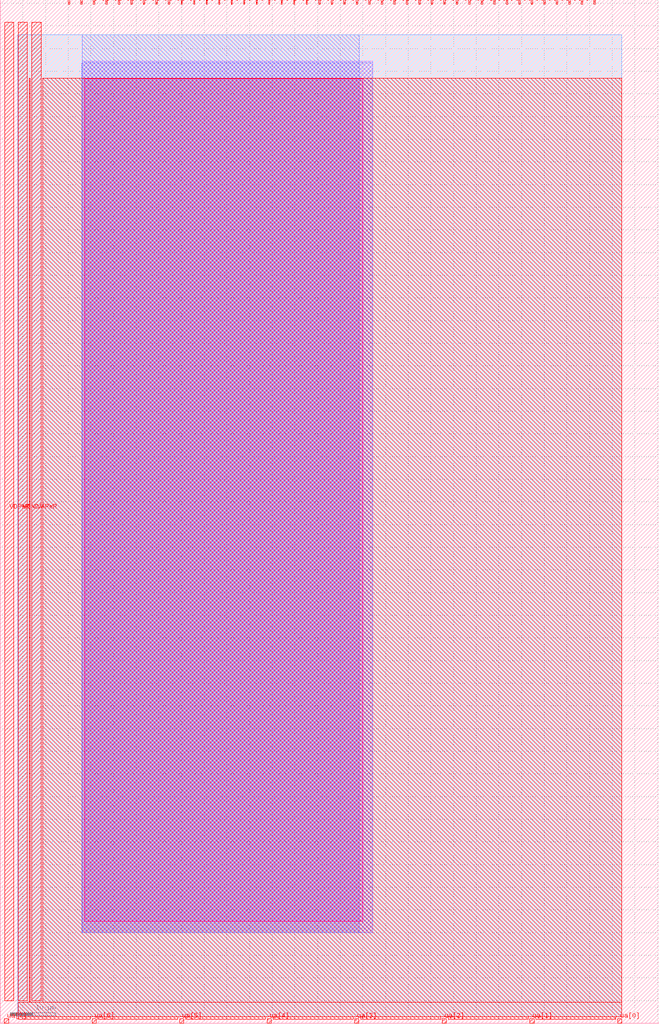
<source format=lef>
VERSION 5.7 ;
  NOWIREEXTENSIONATPIN ON ;
  DIVIDERCHAR "/" ;
  BUSBITCHARS "[]" ;
MACRO tt_um_bg_DanielZhu123
  CLASS BLOCK ;
  FOREIGN tt_um_bg_DanielZhu123 ;
  ORIGIN 0.000 0.000 ;
  SIZE 145.360 BY 225.760 ;
  PIN clk
    DIRECTION INPUT ;
    USE SIGNAL ;
    PORT
      LAYER met4 ;
        RECT 128.190 224.760 128.490 225.760 ;
    END
  END clk
  PIN ena
    DIRECTION INPUT ;
    USE SIGNAL ;
    PORT
      LAYER met4 ;
        RECT 130.950 224.760 131.250 225.760 ;
    END
  END ena
  PIN rst_n
    DIRECTION INPUT ;
    USE SIGNAL ;
    PORT
      LAYER met4 ;
        RECT 125.430 224.760 125.730 225.760 ;
    END
  END rst_n
  PIN ua[0]
    DIRECTION INOUT ;
    USE SIGNAL ;
    ANTENNADIFFAREA 0.130500 ;
    PORT
      LAYER met4 ;
        RECT 136.170 0.000 137.070 1.000 ;
    END
  END ua[0]
  PIN ua[1]
    DIRECTION INOUT ;
    USE SIGNAL ;
    PORT
      LAYER met4 ;
        RECT 116.850 0.000 117.750 1.000 ;
    END
  END ua[1]
  PIN ua[2]
    DIRECTION INOUT ;
    USE SIGNAL ;
    PORT
      LAYER met4 ;
        RECT 97.530 0.000 98.430 1.000 ;
    END
  END ua[2]
  PIN ua[3]
    DIRECTION INOUT ;
    USE SIGNAL ;
    PORT
      LAYER met4 ;
        RECT 78.210 0.000 79.110 1.000 ;
    END
  END ua[3]
  PIN ua[4]
    DIRECTION INOUT ;
    USE SIGNAL ;
    PORT
      LAYER met4 ;
        RECT 58.890 0.000 59.790 1.000 ;
    END
  END ua[4]
  PIN ua[5]
    DIRECTION INOUT ;
    USE SIGNAL ;
    PORT
      LAYER met4 ;
        RECT 39.570 0.000 40.470 1.000 ;
    END
  END ua[5]
  PIN ua[6]
    DIRECTION INOUT ;
    USE SIGNAL ;
    PORT
      LAYER met4 ;
        RECT 20.250 0.000 21.150 1.000 ;
    END
  END ua[6]
  PIN ua[7]
    DIRECTION INOUT ;
    USE SIGNAL ;
    PORT
      LAYER met4 ;
        RECT 0.930 0.000 1.830 1.000 ;
    END
  END ua[7]
  PIN ui_in[0]
    DIRECTION INPUT ;
    USE SIGNAL ;
    PORT
      LAYER met4 ;
        RECT 122.670 224.760 122.970 225.760 ;
    END
  END ui_in[0]
  PIN ui_in[1]
    DIRECTION INPUT ;
    USE SIGNAL ;
    PORT
      LAYER met4 ;
        RECT 119.910 224.760 120.210 225.760 ;
    END
  END ui_in[1]
  PIN ui_in[2]
    DIRECTION INPUT ;
    USE SIGNAL ;
    PORT
      LAYER met4 ;
        RECT 117.150 224.760 117.450 225.760 ;
    END
  END ui_in[2]
  PIN ui_in[3]
    DIRECTION INPUT ;
    USE SIGNAL ;
    PORT
      LAYER met4 ;
        RECT 114.390 224.760 114.690 225.760 ;
    END
  END ui_in[3]
  PIN ui_in[4]
    DIRECTION INPUT ;
    USE SIGNAL ;
    PORT
      LAYER met4 ;
        RECT 111.630 224.760 111.930 225.760 ;
    END
  END ui_in[4]
  PIN ui_in[5]
    DIRECTION INPUT ;
    USE SIGNAL ;
    PORT
      LAYER met4 ;
        RECT 108.870 224.760 109.170 225.760 ;
    END
  END ui_in[5]
  PIN ui_in[6]
    DIRECTION INPUT ;
    USE SIGNAL ;
    PORT
      LAYER met4 ;
        RECT 106.110 224.760 106.410 225.760 ;
    END
  END ui_in[6]
  PIN ui_in[7]
    DIRECTION INPUT ;
    USE SIGNAL ;
    PORT
      LAYER met4 ;
        RECT 103.350 224.760 103.650 225.760 ;
    END
  END ui_in[7]
  PIN uio_in[0]
    DIRECTION INPUT ;
    USE SIGNAL ;
    PORT
      LAYER met4 ;
        RECT 100.590 224.760 100.890 225.760 ;
    END
  END uio_in[0]
  PIN uio_in[1]
    DIRECTION INPUT ;
    USE SIGNAL ;
    PORT
      LAYER met4 ;
        RECT 97.830 224.760 98.130 225.760 ;
    END
  END uio_in[1]
  PIN uio_in[2]
    DIRECTION INPUT ;
    USE SIGNAL ;
    PORT
      LAYER met4 ;
        RECT 95.070 224.760 95.370 225.760 ;
    END
  END uio_in[2]
  PIN uio_in[3]
    DIRECTION INPUT ;
    USE SIGNAL ;
    PORT
      LAYER met4 ;
        RECT 92.310 224.760 92.610 225.760 ;
    END
  END uio_in[3]
  PIN uio_in[4]
    DIRECTION INPUT ;
    USE SIGNAL ;
    PORT
      LAYER met4 ;
        RECT 89.550 224.760 89.850 225.760 ;
    END
  END uio_in[4]
  PIN uio_in[5]
    DIRECTION INPUT ;
    USE SIGNAL ;
    PORT
      LAYER met4 ;
        RECT 86.790 224.760 87.090 225.760 ;
    END
  END uio_in[5]
  PIN uio_in[6]
    DIRECTION INPUT ;
    USE SIGNAL ;
    PORT
      LAYER met4 ;
        RECT 84.030 224.760 84.330 225.760 ;
    END
  END uio_in[6]
  PIN uio_in[7]
    DIRECTION INPUT ;
    USE SIGNAL ;
    PORT
      LAYER met4 ;
        RECT 81.270 224.760 81.570 225.760 ;
    END
  END uio_in[7]
  PIN uio_oe[0]
    DIRECTION OUTPUT ;
    USE SIGNAL ;
    PORT
      LAYER met4 ;
        RECT 34.350 224.760 34.650 225.760 ;
    END
  END uio_oe[0]
  PIN uio_oe[1]
    DIRECTION OUTPUT ;
    USE SIGNAL ;
    PORT
      LAYER met4 ;
        RECT 31.590 224.760 31.890 225.760 ;
    END
  END uio_oe[1]
  PIN uio_oe[2]
    DIRECTION OUTPUT ;
    USE SIGNAL ;
    PORT
      LAYER met4 ;
        RECT 28.830 224.760 29.130 225.760 ;
    END
  END uio_oe[2]
  PIN uio_oe[3]
    DIRECTION OUTPUT ;
    USE SIGNAL ;
    PORT
      LAYER met4 ;
        RECT 26.070 224.760 26.370 225.760 ;
    END
  END uio_oe[3]
  PIN uio_oe[4]
    DIRECTION OUTPUT ;
    USE SIGNAL ;
    PORT
      LAYER met4 ;
        RECT 23.310 224.760 23.610 225.760 ;
    END
  END uio_oe[4]
  PIN uio_oe[5]
    DIRECTION OUTPUT ;
    USE SIGNAL ;
    PORT
      LAYER met4 ;
        RECT 20.550 224.760 20.850 225.760 ;
    END
  END uio_oe[5]
  PIN uio_oe[6]
    DIRECTION OUTPUT ;
    USE SIGNAL ;
    PORT
      LAYER met4 ;
        RECT 17.790 224.760 18.090 225.760 ;
    END
  END uio_oe[6]
  PIN uio_oe[7]
    DIRECTION OUTPUT ;
    USE SIGNAL ;
    PORT
      LAYER met4 ;
        RECT 15.030 224.760 15.330 225.760 ;
    END
  END uio_oe[7]
  PIN uio_out[0]
    DIRECTION OUTPUT ;
    USE SIGNAL ;
    PORT
      LAYER met4 ;
        RECT 56.430 224.760 56.730 225.760 ;
    END
  END uio_out[0]
  PIN uio_out[1]
    DIRECTION OUTPUT ;
    USE SIGNAL ;
    PORT
      LAYER met4 ;
        RECT 53.670 224.760 53.970 225.760 ;
    END
  END uio_out[1]
  PIN uio_out[2]
    DIRECTION OUTPUT ;
    USE SIGNAL ;
    PORT
      LAYER met4 ;
        RECT 50.910 224.760 51.210 225.760 ;
    END
  END uio_out[2]
  PIN uio_out[3]
    DIRECTION OUTPUT ;
    USE SIGNAL ;
    PORT
      LAYER met4 ;
        RECT 48.150 224.760 48.450 225.760 ;
    END
  END uio_out[3]
  PIN uio_out[4]
    DIRECTION OUTPUT ;
    USE SIGNAL ;
    PORT
      LAYER met4 ;
        RECT 45.390 224.760 45.690 225.760 ;
    END
  END uio_out[4]
  PIN uio_out[5]
    DIRECTION OUTPUT ;
    USE SIGNAL ;
    PORT
      LAYER met4 ;
        RECT 42.630 224.760 42.930 225.760 ;
    END
  END uio_out[5]
  PIN uio_out[6]
    DIRECTION OUTPUT ;
    USE SIGNAL ;
    PORT
      LAYER met4 ;
        RECT 39.870 224.760 40.170 225.760 ;
    END
  END uio_out[6]
  PIN uio_out[7]
    DIRECTION OUTPUT ;
    USE SIGNAL ;
    PORT
      LAYER met4 ;
        RECT 37.110 224.760 37.410 225.760 ;
    END
  END uio_out[7]
  PIN uo_out[0]
    DIRECTION OUTPUT ;
    USE SIGNAL ;
    PORT
      LAYER met4 ;
        RECT 78.510 224.760 78.810 225.760 ;
    END
  END uo_out[0]
  PIN uo_out[1]
    DIRECTION OUTPUT ;
    USE SIGNAL ;
    PORT
      LAYER met4 ;
        RECT 75.750 224.760 76.050 225.760 ;
    END
  END uo_out[1]
  PIN uo_out[2]
    DIRECTION OUTPUT ;
    USE SIGNAL ;
    PORT
      LAYER met4 ;
        RECT 72.990 224.760 73.290 225.760 ;
    END
  END uo_out[2]
  PIN uo_out[3]
    DIRECTION OUTPUT ;
    USE SIGNAL ;
    PORT
      LAYER met4 ;
        RECT 70.230 224.760 70.530 225.760 ;
    END
  END uo_out[3]
  PIN uo_out[4]
    DIRECTION OUTPUT ;
    USE SIGNAL ;
    PORT
      LAYER met4 ;
        RECT 67.470 224.760 67.770 225.760 ;
    END
  END uo_out[4]
  PIN uo_out[5]
    DIRECTION OUTPUT ;
    USE SIGNAL ;
    PORT
      LAYER met4 ;
        RECT 64.710 224.760 65.010 225.760 ;
    END
  END uo_out[5]
  PIN uo_out[6]
    DIRECTION OUTPUT ;
    USE SIGNAL ;
    PORT
      LAYER met4 ;
        RECT 61.950 224.760 62.250 225.760 ;
    END
  END uo_out[6]
  PIN uo_out[7]
    DIRECTION OUTPUT ;
    USE SIGNAL ;
    PORT
      LAYER met4 ;
        RECT 59.190 224.760 59.490 225.760 ;
    END
  END uo_out[7]
  PIN VDPWR
    DIRECTION INOUT ;
    USE POWER ;
    PORT
      LAYER met4 ;
        RECT 1.000 5.000 3.000 220.760 ;
    END
  END VDPWR
  PIN VGND
    DIRECTION INOUT ;
    USE GROUND ;
    PORT
      LAYER met4 ;
        RECT 4.000 5.000 6.000 220.760 ;
    END
  END VGND
  PIN VAPWR
    DIRECTION INOUT ;
    USE POWER ;
    PORT
      LAYER met4 ;
        RECT 7.000 5.000 9.000 220.760 ;
    END
  END VAPWR
  OBS
      LAYER nwell ;
        RECT 18.690 22.500 80.010 208.370 ;
      LAYER li1 ;
        RECT 18.080 19.910 82.210 212.190 ;
      LAYER met1 ;
        RECT 18.030 19.920 82.210 211.910 ;
      LAYER met2 ;
        RECT 18.080 19.960 79.170 218.050 ;
      LAYER met3 ;
        RECT 3.910 1.480 137.080 218.060 ;
      LAYER met4 ;
        RECT 6.400 4.600 6.600 208.395 ;
        RECT 9.400 4.600 137.080 208.395 ;
        RECT 3.955 1.400 137.080 4.600 ;
        RECT 3.955 0.860 19.850 1.400 ;
        RECT 21.550 0.860 39.170 1.400 ;
        RECT 40.870 0.860 58.490 1.400 ;
        RECT 60.190 0.860 77.810 1.400 ;
        RECT 79.510 0.860 97.130 1.400 ;
        RECT 98.830 0.860 116.450 1.400 ;
        RECT 118.150 0.860 135.770 1.400 ;
  END
END tt_um_bg_DanielZhu123
END LIBRARY


</source>
